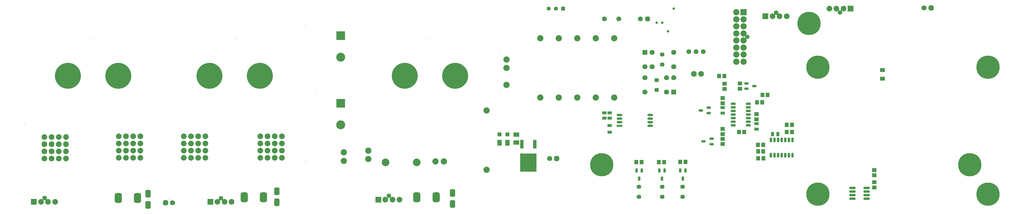
<source format=gbs>
G04*
G04 #@! TF.GenerationSoftware,Altium Limited,Altium Designer,23.9.2 (47)*
G04*
G04 Layer_Color=16711935*
%FSLAX44Y44*%
%MOMM*%
G71*
G04*
G04 #@! TF.SameCoordinates,B1C0779B-3EB0-494A-A092-0BE117C51D64*
G04*
G04*
G04 #@! TF.FilePolarity,Negative*
G04*
G01*
G75*
G04:AMPARAMS|DCode=40|XSize=0.8532mm|YSize=1.4532mm|CornerRadius=0.2641mm|HoleSize=0mm|Usage=FLASHONLY|Rotation=180.000|XOffset=0mm|YOffset=0mm|HoleType=Round|Shape=RoundedRectangle|*
%AMROUNDEDRECTD40*
21,1,0.8532,0.9250,0,0,180.0*
21,1,0.3250,1.4532,0,0,180.0*
1,1,0.5282,-0.1625,0.4625*
1,1,0.5282,0.1625,0.4625*
1,1,0.5282,0.1625,-0.4625*
1,1,0.5282,-0.1625,-0.4625*
%
%ADD40ROUNDEDRECTD40*%
G04:AMPARAMS|DCode=43|XSize=0.8032mm|YSize=1.6532mm|CornerRadius=0.2516mm|HoleSize=0mm|Usage=FLASHONLY|Rotation=0.000|XOffset=0mm|YOffset=0mm|HoleType=Round|Shape=RoundedRectangle|*
%AMROUNDEDRECTD43*
21,1,0.8032,1.1500,0,0,0.0*
21,1,0.3000,1.6532,0,0,0.0*
1,1,0.5032,0.1500,-0.5750*
1,1,0.5032,-0.1500,-0.5750*
1,1,0.5032,-0.1500,0.5750*
1,1,0.5032,0.1500,0.5750*
%
%ADD43ROUNDEDRECTD43*%
%ADD46R,1.5032X1.1032*%
%ADD47R,1.1032X1.5032*%
%ADD48R,1.8032X1.4032*%
%ADD51R,1.3532X1.5532*%
G04:AMPARAMS|DCode=53|XSize=3.5032mm|YSize=2.5032mm|CornerRadius=0.6766mm|HoleSize=0mm|Usage=FLASHONLY|Rotation=270.000|XOffset=0mm|YOffset=0mm|HoleType=Round|Shape=RoundedRectangle|*
%AMROUNDEDRECTD53*
21,1,3.5032,1.1500,0,0,270.0*
21,1,2.1500,2.5032,0,0,270.0*
1,1,1.3532,-0.5750,-1.0750*
1,1,1.3532,-0.5750,1.0750*
1,1,1.3532,0.5750,1.0750*
1,1,1.3532,0.5750,-1.0750*
%
%ADD53ROUNDEDRECTD53*%
%ADD54R,1.5532X1.3532*%
G04:AMPARAMS|DCode=58|XSize=1.9032mm|YSize=2.7032mm|CornerRadius=0.5266mm|HoleSize=0mm|Usage=FLASHONLY|Rotation=0.000|XOffset=0mm|YOffset=0mm|HoleType=Round|Shape=RoundedRectangle|*
%AMROUNDEDRECTD58*
21,1,1.9032,1.6500,0,0,0.0*
21,1,0.8500,2.7032,0,0,0.0*
1,1,1.0532,0.4250,-0.8250*
1,1,1.0532,-0.4250,-0.8250*
1,1,1.0532,-0.4250,0.8250*
1,1,1.0532,0.4250,0.8250*
%
%ADD58ROUNDEDRECTD58*%
G04:AMPARAMS|DCode=59|XSize=0.8532mm|YSize=1.4532mm|CornerRadius=0.2641mm|HoleSize=0mm|Usage=FLASHONLY|Rotation=90.000|XOffset=0mm|YOffset=0mm|HoleType=Round|Shape=RoundedRectangle|*
%AMROUNDEDRECTD59*
21,1,0.8532,0.9250,0,0,90.0*
21,1,0.3250,1.4532,0,0,90.0*
1,1,0.5282,0.4625,0.1625*
1,1,0.5282,0.4625,-0.1625*
1,1,0.5282,-0.4625,-0.1625*
1,1,0.5282,-0.4625,0.1625*
%
%ADD59ROUNDEDRECTD59*%
%ADD60R,1.6032X2.1532*%
%ADD64C,2.0032*%
%ADD65R,2.0032X2.0032*%
%ADD66C,1.6032*%
%ADD67C,1.7032*%
%ADD68C,8.2032*%
%ADD69C,2.2032*%
%ADD70R,2.2032X2.2032*%
%ADD71C,1.5032*%
%ADD72C,2.7032*%
%ADD73C,9.2032*%
%ADD74C,0.2032*%
%ADD75R,3.1732X3.1732*%
%ADD76C,3.1732*%
%ADD77C,1.8032*%
%ADD78R,1.8032X1.8032*%
G04:AMPARAMS|DCode=79|XSize=1.8032mm|YSize=1.8032mm|CornerRadius=0.5016mm|HoleSize=0mm|Usage=FLASHONLY|Rotation=180.000|XOffset=0mm|YOffset=0mm|HoleType=Round|Shape=RoundedRectangle|*
%AMROUNDEDRECTD79*
21,1,1.8032,0.8000,0,0,180.0*
21,1,0.8000,1.8032,0,0,180.0*
1,1,1.0032,-0.4000,0.4000*
1,1,1.0032,0.4000,0.4000*
1,1,1.0032,0.4000,-0.4000*
1,1,1.0032,-0.4000,-0.4000*
%
%ADD79ROUNDEDRECTD79*%
G04:AMPARAMS|DCode=80|XSize=1.7032mm|YSize=1.7032mm|CornerRadius=0.4766mm|HoleSize=0mm|Usage=FLASHONLY|Rotation=180.000|XOffset=0mm|YOffset=0mm|HoleType=Round|Shape=RoundedRectangle|*
%AMROUNDEDRECTD80*
21,1,1.7032,0.7500,0,0,180.0*
21,1,0.7500,1.7032,0,0,180.0*
1,1,0.9532,-0.3750,0.3750*
1,1,0.9532,0.3750,0.3750*
1,1,0.9532,0.3750,-0.3750*
1,1,0.9532,-0.3750,-0.3750*
%
%ADD80ROUNDEDRECTD80*%
%ADD81C,1.4032*%
%ADD82R,1.4032X1.4032*%
%ADD83C,0.9032*%
G04:AMPARAMS|DCode=115|XSize=2.1732mm|YSize=0.8032mm|CornerRadius=0.1766mm|HoleSize=0mm|Usage=FLASHONLY|Rotation=0.000|XOffset=0mm|YOffset=0mm|HoleType=Round|Shape=RoundedRectangle|*
%AMROUNDEDRECTD115*
21,1,2.1732,0.4500,0,0,0.0*
21,1,1.8200,0.8032,0,0,0.0*
1,1,0.3532,0.9100,-0.2250*
1,1,0.3532,-0.9100,-0.2250*
1,1,0.3532,-0.9100,0.2250*
1,1,0.3532,0.9100,0.2250*
%
%ADD115ROUNDEDRECTD115*%
%ADD116O,2.0032X0.8032*%
%ADD117R,2.0032X0.8032*%
G04:AMPARAMS|DCode=118|XSize=1.5032mm|YSize=1.3032mm|CornerRadius=0.3766mm|HoleSize=0mm|Usage=FLASHONLY|Rotation=180.000|XOffset=0mm|YOffset=0mm|HoleType=Round|Shape=RoundedRectangle|*
%AMROUNDEDRECTD118*
21,1,1.5032,0.5500,0,0,180.0*
21,1,0.7500,1.3032,0,0,180.0*
1,1,0.7532,-0.3750,0.2750*
1,1,0.7532,0.3750,0.2750*
1,1,0.7532,0.3750,-0.2750*
1,1,0.7532,-0.3750,-0.2750*
%
%ADD118ROUNDEDRECTD118*%
%ADD119R,1.1732X3.0332*%
%ADD120R,5.8332X6.5532*%
G04:AMPARAMS|DCode=121|XSize=0.8032mm|YSize=1.7532mm|CornerRadius=0.2516mm|HoleSize=0mm|Usage=FLASHONLY|Rotation=90.000|XOffset=0mm|YOffset=0mm|HoleType=Round|Shape=RoundedRectangle|*
%AMROUNDEDRECTD121*
21,1,0.8032,1.2500,0,0,90.0*
21,1,0.3000,1.7532,0,0,90.0*
1,1,0.5032,0.6250,0.1500*
1,1,0.5032,0.6250,-0.1500*
1,1,0.5032,-0.6250,-0.1500*
1,1,0.5032,-0.6250,0.1500*
%
%ADD121ROUNDEDRECTD121*%
%ADD122R,2.1532X1.6032*%
%ADD123R,1.4032X1.4032*%
D40*
X2353000Y147125D02*
D03*
X2372000D02*
D03*
X2362500Y118625D02*
D03*
X2279500Y147125D02*
D03*
X2298500D02*
D03*
X2289000Y118625D02*
D03*
X2199000Y147125D02*
D03*
X2218000D02*
D03*
X2208500Y118625D02*
D03*
D43*
X2749850Y201000D02*
D03*
X2737150D02*
D03*
X2724450D02*
D03*
X2711750D02*
D03*
X2699050D02*
D03*
X2686350D02*
D03*
X2673650D02*
D03*
X2749850Y255500D02*
D03*
X2737150D02*
D03*
X2724450D02*
D03*
X2711750D02*
D03*
X2699050D02*
D03*
X2686350D02*
D03*
X2673650D02*
D03*
D46*
X2104000Y351250D02*
D03*
Y332250D02*
D03*
X2086000D02*
D03*
Y351250D02*
D03*
X2104000Y306000D02*
D03*
Y283000D02*
D03*
X2503000Y350500D02*
D03*
Y369500D02*
D03*
X2622750Y294000D02*
D03*
Y313000D02*
D03*
D47*
X2698000Y275500D02*
D03*
X2679000D02*
D03*
D48*
X3066750Y503000D02*
D03*
Y472000D02*
D03*
D51*
X2579500Y283250D02*
D03*
X2561000D02*
D03*
X2216750Y176462D02*
D03*
X2198250D02*
D03*
X2627691Y237781D02*
D03*
X2646191D02*
D03*
X2729000Y309000D02*
D03*
X2747500D02*
D03*
X2628000Y215250D02*
D03*
X2646500D02*
D03*
X2643250Y415000D02*
D03*
X2661750D02*
D03*
X2624250Y388500D02*
D03*
X2642750D02*
D03*
X2646750Y190000D02*
D03*
X2628250D02*
D03*
X2278250Y176462D02*
D03*
X2296750D02*
D03*
X2353250Y177750D02*
D03*
X2371750D02*
D03*
X2490250Y481250D02*
D03*
X2508750D02*
D03*
X2729500Y283750D02*
D03*
X2748000D02*
D03*
D53*
X1492000Y52500D02*
D03*
X1424000D02*
D03*
X815000D02*
D03*
X883000D02*
D03*
X370000Y49500D02*
D03*
X438000D02*
D03*
D54*
X3038500Y148500D02*
D03*
Y130000D02*
D03*
Y105250D02*
D03*
Y86750D02*
D03*
X2510000Y454250D02*
D03*
Y435750D02*
D03*
X2503000Y276000D02*
D03*
Y294500D02*
D03*
Y259250D02*
D03*
Y240750D02*
D03*
Y403250D02*
D03*
Y384750D02*
D03*
X2622750Y346750D02*
D03*
Y328250D02*
D03*
X2564000Y436750D02*
D03*
Y455250D02*
D03*
D58*
X930250Y34250D02*
D03*
Y73750D02*
D03*
X1549750Y67750D02*
D03*
Y28250D02*
D03*
X475000Y25250D02*
D03*
Y64750D02*
D03*
D59*
X2435750Y250000D02*
D03*
X2464250Y240500D02*
D03*
Y259500D02*
D03*
X2425750Y360000D02*
D03*
X2454250Y350500D02*
D03*
Y369500D02*
D03*
X2586750Y436500D02*
D03*
Y455500D02*
D03*
X2615250Y446000D02*
D03*
D60*
X1744000Y245000D02*
D03*
X1716000D02*
D03*
D64*
X2929500Y720400D02*
D03*
X2879500D02*
D03*
X2904500D02*
D03*
X2704000Y692850D02*
D03*
X2729000D02*
D03*
X2679000D02*
D03*
X627300Y242700D02*
D03*
X652700D02*
D03*
X627300Y217300D02*
D03*
X652700D02*
D03*
X627300Y191900D02*
D03*
X652700D02*
D03*
X678100D02*
D03*
Y217300D02*
D03*
Y268100D02*
D03*
Y242700D02*
D03*
X652700Y268100D02*
D03*
X601900D02*
D03*
X627300D02*
D03*
X601900Y217300D02*
D03*
Y242700D02*
D03*
Y191900D02*
D03*
X922700Y217300D02*
D03*
X897300D02*
D03*
X922700Y242700D02*
D03*
X897300D02*
D03*
X922700Y268100D02*
D03*
X897300D02*
D03*
X871900D02*
D03*
Y242700D02*
D03*
Y191900D02*
D03*
Y217300D02*
D03*
X897300Y191900D02*
D03*
X948100D02*
D03*
X922700D02*
D03*
X948100Y242700D02*
D03*
Y217300D02*
D03*
Y268100D02*
D03*
X134600Y240000D02*
D03*
X160000D02*
D03*
X134600Y214600D02*
D03*
X160000D02*
D03*
X134600Y189200D02*
D03*
X160000D02*
D03*
X185400D02*
D03*
Y214600D02*
D03*
Y265400D02*
D03*
Y240000D02*
D03*
X160000Y265400D02*
D03*
X109200D02*
D03*
X134600D02*
D03*
X109200Y214600D02*
D03*
Y240000D02*
D03*
Y189200D02*
D03*
X422700Y217300D02*
D03*
X397300D02*
D03*
X422700Y242700D02*
D03*
X397300D02*
D03*
X422700Y268100D02*
D03*
X397300D02*
D03*
X371900D02*
D03*
Y242700D02*
D03*
Y191900D02*
D03*
Y217300D02*
D03*
X397300Y191900D02*
D03*
X448100D02*
D03*
X422700D02*
D03*
X448100Y242700D02*
D03*
Y217300D02*
D03*
Y268100D02*
D03*
X2426650Y489500D02*
D03*
X2401250D02*
D03*
X97500Y36600D02*
D03*
X147500D02*
D03*
X122500D02*
D03*
X1312750Y43850D02*
D03*
X1362750D02*
D03*
X1337750D02*
D03*
X720250Y35850D02*
D03*
X770250D02*
D03*
X745250D02*
D03*
D65*
X2954500Y720400D02*
D03*
X2654000Y692850D02*
D03*
X72500Y36600D02*
D03*
X1287750Y43850D02*
D03*
X695250Y35850D02*
D03*
D66*
X2917000Y707000D02*
D03*
X2691500Y706250D02*
D03*
X110000Y50000D02*
D03*
X1325250Y57250D02*
D03*
X732750Y49250D02*
D03*
D67*
X2383700Y567500D02*
D03*
X2434500D02*
D03*
X2409100D02*
D03*
X2085800Y683750D02*
D03*
X2212800D02*
D03*
X2136600D02*
D03*
D68*
X3439410Y63020D02*
D03*
X2839410D02*
D03*
X3439410Y513020D02*
D03*
X2839410D02*
D03*
X2076000Y167300D02*
D03*
X2807500Y667500D02*
D03*
X3375000Y167500D02*
D03*
D69*
X2551750Y532500D02*
D03*
X2576750Y557500D02*
D03*
X2551750D02*
D03*
X2576750Y582500D02*
D03*
X2551750D02*
D03*
X2576750Y607500D02*
D03*
X2551750D02*
D03*
X2576750Y632500D02*
D03*
X2551750Y707500D02*
D03*
Y682500D02*
D03*
X2576750D02*
D03*
Y657500D02*
D03*
Y532500D02*
D03*
X2551750Y632500D02*
D03*
Y657500D02*
D03*
X1519250Y179000D02*
D03*
X1489250D02*
D03*
X1252266Y217750D02*
D03*
Y187750D02*
D03*
X1860000Y615000D02*
D03*
Y405000D02*
D03*
X1925000D02*
D03*
Y615000D02*
D03*
X1990000Y405000D02*
D03*
Y615000D02*
D03*
X2055000Y405000D02*
D03*
Y615000D02*
D03*
X1166500Y181250D02*
D03*
Y211250D02*
D03*
X1670000Y360000D02*
D03*
Y150000D02*
D03*
X2120000Y615000D02*
D03*
Y405000D02*
D03*
X1740000Y450000D02*
D03*
Y540000D02*
D03*
Y510000D02*
D03*
D70*
X2576750Y707500D02*
D03*
D71*
X2590555Y620000D02*
D03*
D72*
X1423250Y175750D02*
D03*
X1313250D02*
D03*
D73*
X1381100Y482000D02*
D03*
X1558900D02*
D03*
D03*
X192600D02*
D03*
X370400D02*
D03*
D03*
X692200D02*
D03*
X870000D02*
D03*
D03*
D74*
X1469000Y613000D02*
D03*
X783000D02*
D03*
X282000D02*
D03*
X1740000Y480000D02*
D03*
X1719000Y572000D02*
D03*
Y421000D02*
D03*
X1110000Y660000D02*
D03*
X1030000D02*
D03*
X1110000Y180000D02*
D03*
X1030000D02*
D03*
X1905000Y176500D02*
D03*
X1069500Y419500D02*
D03*
X549500Y45500D02*
D03*
X3226000Y710000D02*
D03*
X40000Y310000D02*
D03*
D75*
X1155000Y624750D02*
D03*
Y384750D02*
D03*
D76*
Y548750D02*
D03*
Y308750D02*
D03*
D77*
X2330800Y514600D02*
D03*
X2254600D02*
D03*
X2229200D02*
D03*
X2330800Y565400D02*
D03*
X2254600D02*
D03*
X2229200Y475400D02*
D03*
X2305400D02*
D03*
X2330800D02*
D03*
X2229200Y424600D02*
D03*
X2305400D02*
D03*
X1892500Y189400D02*
D03*
X562000Y32600D02*
D03*
X3213500Y722900D02*
D03*
D78*
X2229200Y565400D02*
D03*
X2330800Y424600D02*
D03*
D79*
X1917500Y189400D02*
D03*
X537000Y32600D02*
D03*
X3238500Y722900D02*
D03*
D80*
X2238200Y683750D02*
D03*
D81*
X1889200Y720000D02*
D03*
X1914600D02*
D03*
D82*
X1940000D02*
D03*
D83*
X2310000Y640000D02*
D03*
X2270000Y670000D02*
D03*
X2290000D02*
D03*
X2330000Y720000D02*
D03*
X3439410Y90520D02*
D03*
X3459410Y83020D02*
D03*
X3466910Y63020D02*
D03*
X3459410Y43020D02*
D03*
X3439410Y35520D02*
D03*
X3419410Y43020D02*
D03*
X3411910Y63020D02*
D03*
X3419410Y83020D02*
D03*
X2839410Y90520D02*
D03*
X2819410Y83020D02*
D03*
X2811910Y63020D02*
D03*
X2819410Y43020D02*
D03*
X2839410Y35520D02*
D03*
X2859410Y43020D02*
D03*
X2866910Y63020D02*
D03*
X2859410Y83020D02*
D03*
X3439410Y540520D02*
D03*
X3459410Y533020D02*
D03*
X3466910Y513020D02*
D03*
X3459410Y493020D02*
D03*
X3439410Y485520D02*
D03*
X3419410Y493020D02*
D03*
X3411910Y513020D02*
D03*
X3419410Y533020D02*
D03*
X2839410Y540520D02*
D03*
X2859410Y533020D02*
D03*
X2866910Y513020D02*
D03*
X2859410Y493020D02*
D03*
X2839410Y485520D02*
D03*
X2819410Y493020D02*
D03*
X2811910Y513020D02*
D03*
X2819410Y533020D02*
D03*
D115*
X3010750Y47200D02*
D03*
Y59900D02*
D03*
Y72600D02*
D03*
Y85300D02*
D03*
X2961250D02*
D03*
Y72600D02*
D03*
Y59900D02*
D03*
Y47200D02*
D03*
D116*
X2247783Y343284D02*
D03*
Y330583D02*
D03*
Y317883D02*
D03*
Y305184D02*
D03*
X2138783Y343284D02*
D03*
Y330583D02*
D03*
Y317883D02*
D03*
D117*
Y305184D02*
D03*
D118*
X2270000Y432500D02*
D03*
Y467500D02*
D03*
X2290000Y522500D02*
D03*
Y557500D02*
D03*
X2207500Y89250D02*
D03*
Y54250D02*
D03*
X2361500Y89250D02*
D03*
Y54250D02*
D03*
X2289500Y89250D02*
D03*
Y54250D02*
D03*
D119*
X1794200Y240000D02*
D03*
X1840000D02*
D03*
D120*
X1817100Y174800D02*
D03*
D121*
X2540000Y306900D02*
D03*
Y319600D02*
D03*
Y332300D02*
D03*
Y345000D02*
D03*
Y357700D02*
D03*
Y370400D02*
D03*
Y383100D02*
D03*
X2594000Y306900D02*
D03*
Y319600D02*
D03*
Y332300D02*
D03*
Y345000D02*
D03*
Y357700D02*
D03*
Y383100D02*
D03*
Y370400D02*
D03*
D122*
X1775000Y274000D02*
D03*
Y246000D02*
D03*
D123*
X1744000Y275000D02*
D03*
X1716000D02*
D03*
M02*

</source>
